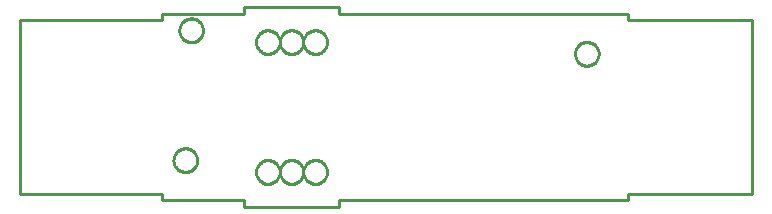
<source format=gbr>
G04 EAGLE Gerber RS-274X export*
G75*
%MOMM*%
%FSLAX34Y34*%
%LPD*%
%IN*%
%IPPOS*%
%AMOC8*
5,1,8,0,0,1.08239X$1,22.5*%
G01*
%ADD10C,0.254000*%


D10*
X7500Y15400D02*
X127500Y15400D01*
X127500Y9900D01*
X197500Y9900D01*
X197500Y3900D01*
X277500Y3900D01*
X277500Y9900D01*
X522500Y9900D01*
X522500Y15400D01*
X627500Y15400D01*
X627500Y162400D01*
X522500Y162400D01*
X522500Y167900D01*
X277500Y167900D01*
X277500Y173900D01*
X197500Y173900D01*
X197500Y167900D01*
X127500Y167900D01*
X127500Y162400D01*
X7500Y162400D01*
X7500Y15400D01*
X157500Y43463D02*
X157424Y42594D01*
X157272Y41734D01*
X157046Y40890D01*
X156748Y40070D01*
X156379Y39278D01*
X155942Y38522D01*
X155441Y37807D01*
X154880Y37138D01*
X154262Y36520D01*
X153593Y35959D01*
X152878Y35458D01*
X152122Y35021D01*
X151330Y34652D01*
X150510Y34354D01*
X149666Y34128D01*
X148807Y33976D01*
X147937Y33900D01*
X147063Y33900D01*
X146194Y33976D01*
X145334Y34128D01*
X144490Y34354D01*
X143670Y34652D01*
X142878Y35021D01*
X142122Y35458D01*
X141407Y35959D01*
X140738Y36520D01*
X140120Y37138D01*
X139559Y37807D01*
X139058Y38522D01*
X138621Y39278D01*
X138252Y40070D01*
X137954Y40890D01*
X137728Y41734D01*
X137576Y42594D01*
X137500Y43463D01*
X137500Y44337D01*
X137576Y45207D01*
X137728Y46066D01*
X137954Y46910D01*
X138252Y47730D01*
X138621Y48522D01*
X139058Y49278D01*
X139559Y49993D01*
X140120Y50662D01*
X140738Y51280D01*
X141407Y51841D01*
X142122Y52342D01*
X142878Y52779D01*
X143670Y53148D01*
X144490Y53446D01*
X145334Y53672D01*
X146194Y53824D01*
X147063Y53900D01*
X147937Y53900D01*
X148807Y53824D01*
X149666Y53672D01*
X150510Y53446D01*
X151330Y53148D01*
X152122Y52779D01*
X152878Y52342D01*
X153593Y51841D01*
X154262Y51280D01*
X154880Y50662D01*
X155441Y49993D01*
X155942Y49278D01*
X156379Y48522D01*
X156748Y47730D01*
X157046Y46910D01*
X157272Y46066D01*
X157424Y45207D01*
X157500Y44337D01*
X157500Y43463D01*
X162500Y153463D02*
X162424Y152594D01*
X162272Y151734D01*
X162046Y150890D01*
X161748Y150070D01*
X161379Y149278D01*
X160942Y148522D01*
X160441Y147807D01*
X159880Y147138D01*
X159262Y146520D01*
X158593Y145959D01*
X157878Y145458D01*
X157122Y145021D01*
X156330Y144652D01*
X155510Y144354D01*
X154666Y144128D01*
X153807Y143976D01*
X152937Y143900D01*
X152063Y143900D01*
X151194Y143976D01*
X150334Y144128D01*
X149490Y144354D01*
X148670Y144652D01*
X147878Y145021D01*
X147122Y145458D01*
X146407Y145959D01*
X145738Y146520D01*
X145120Y147138D01*
X144559Y147807D01*
X144058Y148522D01*
X143621Y149278D01*
X143252Y150070D01*
X142954Y150890D01*
X142728Y151734D01*
X142576Y152594D01*
X142500Y153463D01*
X142500Y154337D01*
X142576Y155207D01*
X142728Y156066D01*
X142954Y156910D01*
X143252Y157730D01*
X143621Y158522D01*
X144058Y159278D01*
X144559Y159993D01*
X145120Y160662D01*
X145738Y161280D01*
X146407Y161841D01*
X147122Y162342D01*
X147878Y162779D01*
X148670Y163148D01*
X149490Y163446D01*
X150334Y163672D01*
X151194Y163824D01*
X152063Y163900D01*
X152937Y163900D01*
X153807Y163824D01*
X154666Y163672D01*
X155510Y163446D01*
X156330Y163148D01*
X157122Y162779D01*
X157878Y162342D01*
X158593Y161841D01*
X159262Y161280D01*
X159880Y160662D01*
X160441Y159993D01*
X160942Y159278D01*
X161379Y158522D01*
X161748Y157730D01*
X162046Y156910D01*
X162272Y156066D01*
X162424Y155207D01*
X162500Y154337D01*
X162500Y153463D01*
X497500Y133463D02*
X497424Y132594D01*
X497272Y131734D01*
X497046Y130890D01*
X496748Y130070D01*
X496379Y129278D01*
X495942Y128522D01*
X495441Y127807D01*
X494880Y127138D01*
X494262Y126520D01*
X493593Y125959D01*
X492878Y125458D01*
X492122Y125021D01*
X491330Y124652D01*
X490510Y124354D01*
X489666Y124128D01*
X488807Y123976D01*
X487937Y123900D01*
X487063Y123900D01*
X486194Y123976D01*
X485334Y124128D01*
X484490Y124354D01*
X483670Y124652D01*
X482878Y125021D01*
X482122Y125458D01*
X481407Y125959D01*
X480738Y126520D01*
X480120Y127138D01*
X479559Y127807D01*
X479058Y128522D01*
X478621Y129278D01*
X478252Y130070D01*
X477954Y130890D01*
X477728Y131734D01*
X477576Y132594D01*
X477500Y133463D01*
X477500Y134337D01*
X477576Y135207D01*
X477728Y136066D01*
X477954Y136910D01*
X478252Y137730D01*
X478621Y138522D01*
X479058Y139278D01*
X479559Y139993D01*
X480120Y140662D01*
X480738Y141280D01*
X481407Y141841D01*
X482122Y142342D01*
X482878Y142779D01*
X483670Y143148D01*
X484490Y143446D01*
X485334Y143672D01*
X486194Y143824D01*
X487063Y143900D01*
X487937Y143900D01*
X488807Y143824D01*
X489666Y143672D01*
X490510Y143446D01*
X491330Y143148D01*
X492122Y142779D01*
X492878Y142342D01*
X493593Y141841D01*
X494262Y141280D01*
X494880Y140662D01*
X495441Y139993D01*
X495942Y139278D01*
X496379Y138522D01*
X496748Y137730D01*
X497046Y136910D01*
X497272Y136066D01*
X497424Y135207D01*
X497500Y134337D01*
X497500Y133463D01*
X227500Y33463D02*
X227424Y32594D01*
X227272Y31734D01*
X227046Y30890D01*
X226748Y30070D01*
X226379Y29278D01*
X225942Y28522D01*
X225441Y27807D01*
X224880Y27138D01*
X224262Y26520D01*
X223593Y25959D01*
X222878Y25458D01*
X222122Y25021D01*
X221330Y24652D01*
X220510Y24354D01*
X219666Y24128D01*
X218807Y23976D01*
X217937Y23900D01*
X217063Y23900D01*
X216194Y23976D01*
X215334Y24128D01*
X214490Y24354D01*
X213670Y24652D01*
X212878Y25021D01*
X212122Y25458D01*
X211407Y25959D01*
X210738Y26520D01*
X210120Y27138D01*
X209559Y27807D01*
X209058Y28522D01*
X208621Y29278D01*
X208252Y30070D01*
X207954Y30890D01*
X207728Y31734D01*
X207576Y32594D01*
X207500Y33463D01*
X207500Y34337D01*
X207576Y35207D01*
X207728Y36066D01*
X207954Y36910D01*
X208252Y37730D01*
X208621Y38522D01*
X209058Y39278D01*
X209559Y39993D01*
X210120Y40662D01*
X210738Y41280D01*
X211407Y41841D01*
X212122Y42342D01*
X212878Y42779D01*
X213670Y43148D01*
X214490Y43446D01*
X215334Y43672D01*
X216194Y43824D01*
X217063Y43900D01*
X217937Y43900D01*
X218807Y43824D01*
X219666Y43672D01*
X220510Y43446D01*
X221330Y43148D01*
X222122Y42779D01*
X222878Y42342D01*
X223593Y41841D01*
X224262Y41280D01*
X224880Y40662D01*
X225441Y39993D01*
X225942Y39278D01*
X226379Y38522D01*
X226748Y37730D01*
X227046Y36910D01*
X227272Y36066D01*
X227424Y35207D01*
X227500Y34337D01*
X227500Y33463D01*
X247500Y33463D02*
X247424Y32594D01*
X247272Y31734D01*
X247046Y30890D01*
X246748Y30070D01*
X246379Y29278D01*
X245942Y28522D01*
X245441Y27807D01*
X244880Y27138D01*
X244262Y26520D01*
X243593Y25959D01*
X242878Y25458D01*
X242122Y25021D01*
X241330Y24652D01*
X240510Y24354D01*
X239666Y24128D01*
X238807Y23976D01*
X237937Y23900D01*
X237063Y23900D01*
X236194Y23976D01*
X235334Y24128D01*
X234490Y24354D01*
X233670Y24652D01*
X232878Y25021D01*
X232122Y25458D01*
X231407Y25959D01*
X230738Y26520D01*
X230120Y27138D01*
X229559Y27807D01*
X229058Y28522D01*
X228621Y29278D01*
X228252Y30070D01*
X227954Y30890D01*
X227728Y31734D01*
X227576Y32594D01*
X227500Y33463D01*
X227500Y34337D01*
X227576Y35207D01*
X227728Y36066D01*
X227954Y36910D01*
X228252Y37730D01*
X228621Y38522D01*
X229058Y39278D01*
X229559Y39993D01*
X230120Y40662D01*
X230738Y41280D01*
X231407Y41841D01*
X232122Y42342D01*
X232878Y42779D01*
X233670Y43148D01*
X234490Y43446D01*
X235334Y43672D01*
X236194Y43824D01*
X237063Y43900D01*
X237937Y43900D01*
X238807Y43824D01*
X239666Y43672D01*
X240510Y43446D01*
X241330Y43148D01*
X242122Y42779D01*
X242878Y42342D01*
X243593Y41841D01*
X244262Y41280D01*
X244880Y40662D01*
X245441Y39993D01*
X245942Y39278D01*
X246379Y38522D01*
X246748Y37730D01*
X247046Y36910D01*
X247272Y36066D01*
X247424Y35207D01*
X247500Y34337D01*
X247500Y33463D01*
X267500Y33463D02*
X267424Y32594D01*
X267272Y31734D01*
X267046Y30890D01*
X266748Y30070D01*
X266379Y29278D01*
X265942Y28522D01*
X265441Y27807D01*
X264880Y27138D01*
X264262Y26520D01*
X263593Y25959D01*
X262878Y25458D01*
X262122Y25021D01*
X261330Y24652D01*
X260510Y24354D01*
X259666Y24128D01*
X258807Y23976D01*
X257937Y23900D01*
X257063Y23900D01*
X256194Y23976D01*
X255334Y24128D01*
X254490Y24354D01*
X253670Y24652D01*
X252878Y25021D01*
X252122Y25458D01*
X251407Y25959D01*
X250738Y26520D01*
X250120Y27138D01*
X249559Y27807D01*
X249058Y28522D01*
X248621Y29278D01*
X248252Y30070D01*
X247954Y30890D01*
X247728Y31734D01*
X247576Y32594D01*
X247500Y33463D01*
X247500Y34337D01*
X247576Y35207D01*
X247728Y36066D01*
X247954Y36910D01*
X248252Y37730D01*
X248621Y38522D01*
X249058Y39278D01*
X249559Y39993D01*
X250120Y40662D01*
X250738Y41280D01*
X251407Y41841D01*
X252122Y42342D01*
X252878Y42779D01*
X253670Y43148D01*
X254490Y43446D01*
X255334Y43672D01*
X256194Y43824D01*
X257063Y43900D01*
X257937Y43900D01*
X258807Y43824D01*
X259666Y43672D01*
X260510Y43446D01*
X261330Y43148D01*
X262122Y42779D01*
X262878Y42342D01*
X263593Y41841D01*
X264262Y41280D01*
X264880Y40662D01*
X265441Y39993D01*
X265942Y39278D01*
X266379Y38522D01*
X266748Y37730D01*
X267046Y36910D01*
X267272Y36066D01*
X267424Y35207D01*
X267500Y34337D01*
X267500Y33463D01*
X227500Y143463D02*
X227424Y142594D01*
X227272Y141734D01*
X227046Y140890D01*
X226748Y140070D01*
X226379Y139278D01*
X225942Y138522D01*
X225441Y137807D01*
X224880Y137138D01*
X224262Y136520D01*
X223593Y135959D01*
X222878Y135458D01*
X222122Y135021D01*
X221330Y134652D01*
X220510Y134354D01*
X219666Y134128D01*
X218807Y133976D01*
X217937Y133900D01*
X217063Y133900D01*
X216194Y133976D01*
X215334Y134128D01*
X214490Y134354D01*
X213670Y134652D01*
X212878Y135021D01*
X212122Y135458D01*
X211407Y135959D01*
X210738Y136520D01*
X210120Y137138D01*
X209559Y137807D01*
X209058Y138522D01*
X208621Y139278D01*
X208252Y140070D01*
X207954Y140890D01*
X207728Y141734D01*
X207576Y142594D01*
X207500Y143463D01*
X207500Y144337D01*
X207576Y145207D01*
X207728Y146066D01*
X207954Y146910D01*
X208252Y147730D01*
X208621Y148522D01*
X209058Y149278D01*
X209559Y149993D01*
X210120Y150662D01*
X210738Y151280D01*
X211407Y151841D01*
X212122Y152342D01*
X212878Y152779D01*
X213670Y153148D01*
X214490Y153446D01*
X215334Y153672D01*
X216194Y153824D01*
X217063Y153900D01*
X217937Y153900D01*
X218807Y153824D01*
X219666Y153672D01*
X220510Y153446D01*
X221330Y153148D01*
X222122Y152779D01*
X222878Y152342D01*
X223593Y151841D01*
X224262Y151280D01*
X224880Y150662D01*
X225441Y149993D01*
X225942Y149278D01*
X226379Y148522D01*
X226748Y147730D01*
X227046Y146910D01*
X227272Y146066D01*
X227424Y145207D01*
X227500Y144337D01*
X227500Y143463D01*
X247500Y143463D02*
X247424Y142594D01*
X247272Y141734D01*
X247046Y140890D01*
X246748Y140070D01*
X246379Y139278D01*
X245942Y138522D01*
X245441Y137807D01*
X244880Y137138D01*
X244262Y136520D01*
X243593Y135959D01*
X242878Y135458D01*
X242122Y135021D01*
X241330Y134652D01*
X240510Y134354D01*
X239666Y134128D01*
X238807Y133976D01*
X237937Y133900D01*
X237063Y133900D01*
X236194Y133976D01*
X235334Y134128D01*
X234490Y134354D01*
X233670Y134652D01*
X232878Y135021D01*
X232122Y135458D01*
X231407Y135959D01*
X230738Y136520D01*
X230120Y137138D01*
X229559Y137807D01*
X229058Y138522D01*
X228621Y139278D01*
X228252Y140070D01*
X227954Y140890D01*
X227728Y141734D01*
X227576Y142594D01*
X227500Y143463D01*
X227500Y144337D01*
X227576Y145207D01*
X227728Y146066D01*
X227954Y146910D01*
X228252Y147730D01*
X228621Y148522D01*
X229058Y149278D01*
X229559Y149993D01*
X230120Y150662D01*
X230738Y151280D01*
X231407Y151841D01*
X232122Y152342D01*
X232878Y152779D01*
X233670Y153148D01*
X234490Y153446D01*
X235334Y153672D01*
X236194Y153824D01*
X237063Y153900D01*
X237937Y153900D01*
X238807Y153824D01*
X239666Y153672D01*
X240510Y153446D01*
X241330Y153148D01*
X242122Y152779D01*
X242878Y152342D01*
X243593Y151841D01*
X244262Y151280D01*
X244880Y150662D01*
X245441Y149993D01*
X245942Y149278D01*
X246379Y148522D01*
X246748Y147730D01*
X247046Y146910D01*
X247272Y146066D01*
X247424Y145207D01*
X247500Y144337D01*
X247500Y143463D01*
X267500Y143463D02*
X267424Y142594D01*
X267272Y141734D01*
X267046Y140890D01*
X266748Y140070D01*
X266379Y139278D01*
X265942Y138522D01*
X265441Y137807D01*
X264880Y137138D01*
X264262Y136520D01*
X263593Y135959D01*
X262878Y135458D01*
X262122Y135021D01*
X261330Y134652D01*
X260510Y134354D01*
X259666Y134128D01*
X258807Y133976D01*
X257937Y133900D01*
X257063Y133900D01*
X256194Y133976D01*
X255334Y134128D01*
X254490Y134354D01*
X253670Y134652D01*
X252878Y135021D01*
X252122Y135458D01*
X251407Y135959D01*
X250738Y136520D01*
X250120Y137138D01*
X249559Y137807D01*
X249058Y138522D01*
X248621Y139278D01*
X248252Y140070D01*
X247954Y140890D01*
X247728Y141734D01*
X247576Y142594D01*
X247500Y143463D01*
X247500Y144337D01*
X247576Y145207D01*
X247728Y146066D01*
X247954Y146910D01*
X248252Y147730D01*
X248621Y148522D01*
X249058Y149278D01*
X249559Y149993D01*
X250120Y150662D01*
X250738Y151280D01*
X251407Y151841D01*
X252122Y152342D01*
X252878Y152779D01*
X253670Y153148D01*
X254490Y153446D01*
X255334Y153672D01*
X256194Y153824D01*
X257063Y153900D01*
X257937Y153900D01*
X258807Y153824D01*
X259666Y153672D01*
X260510Y153446D01*
X261330Y153148D01*
X262122Y152779D01*
X262878Y152342D01*
X263593Y151841D01*
X264262Y151280D01*
X264880Y150662D01*
X265441Y149993D01*
X265942Y149278D01*
X266379Y148522D01*
X266748Y147730D01*
X267046Y146910D01*
X267272Y146066D01*
X267424Y145207D01*
X267500Y144337D01*
X267500Y143463D01*
M02*

</source>
